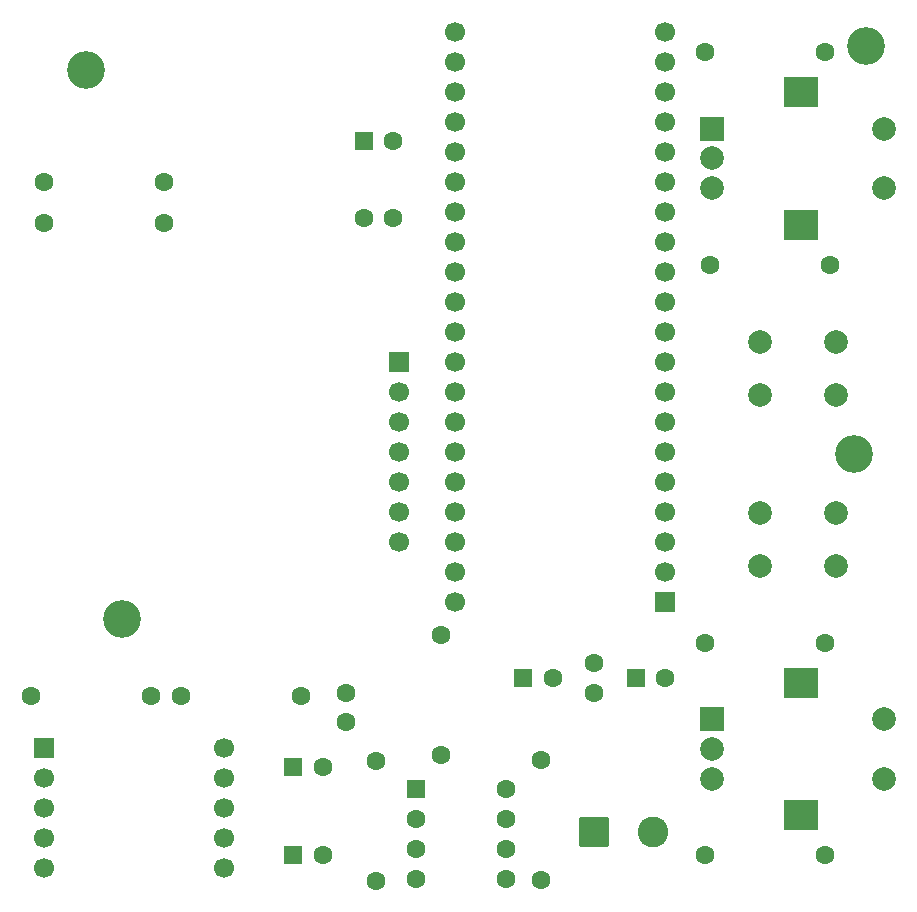
<source format=gbr>
%TF.GenerationSoftware,KiCad,Pcbnew,9.0.2*%
%TF.CreationDate,2025-07-11T11:45:56-07:00*%
%TF.ProjectId,Radio,52616469-6f2e-46b6-9963-61645f706362,1*%
%TF.SameCoordinates,Original*%
%TF.FileFunction,Soldermask,Bot*%
%TF.FilePolarity,Negative*%
%FSLAX46Y46*%
G04 Gerber Fmt 4.6, Leading zero omitted, Abs format (unit mm)*
G04 Created by KiCad (PCBNEW 9.0.2) date 2025-07-11 11:45:56*
%MOMM*%
%LPD*%
G01*
G04 APERTURE LIST*
G04 Aperture macros list*
%AMRoundRect*
0 Rectangle with rounded corners*
0 $1 Rounding radius*
0 $2 $3 $4 $5 $6 $7 $8 $9 X,Y pos of 4 corners*
0 Add a 4 corners polygon primitive as box body*
4,1,4,$2,$3,$4,$5,$6,$7,$8,$9,$2,$3,0*
0 Add four circle primitives for the rounded corners*
1,1,$1+$1,$2,$3*
1,1,$1+$1,$4,$5*
1,1,$1+$1,$6,$7*
1,1,$1+$1,$8,$9*
0 Add four rect primitives between the rounded corners*
20,1,$1+$1,$2,$3,$4,$5,0*
20,1,$1+$1,$4,$5,$6,$7,0*
20,1,$1+$1,$6,$7,$8,$9,0*
20,1,$1+$1,$8,$9,$2,$3,0*%
G04 Aperture macros list end*
%ADD10C,3.200000*%
%ADD11RoundRect,0.250000X-0.550000X-0.550000X0.550000X-0.550000X0.550000X0.550000X-0.550000X0.550000X0*%
%ADD12C,1.600000*%
%ADD13RoundRect,0.250000X-1.050000X-1.050000X1.050000X-1.050000X1.050000X1.050000X-1.050000X1.050000X0*%
%ADD14C,2.600000*%
%ADD15C,2.000000*%
%ADD16R,1.700000X1.700000*%
%ADD17C,1.700000*%
%ADD18R,2.000000X2.000000*%
%ADD19R,3.000000X2.500000*%
G04 APERTURE END LIST*
D10*
%TO.C,REF\u002A\u002A*%
X192000000Y-58000000D03*
%TD*%
%TO.C,REF\u002A\u002A*%
X129000000Y-106500000D03*
%TD*%
%TO.C,REF\u002A\u002A*%
X191000000Y-92500000D03*
%TD*%
%TO.C,REF\u002A\u002A*%
X126000000Y-60000000D03*
%TD*%
D11*
%TO.C,C2*%
X172500000Y-111500000D03*
D12*
X175000000Y-111500000D03*
%TD*%
D13*
%TO.C,LS1*%
X169000000Y-124500000D03*
D14*
X174000000Y-124500000D03*
%TD*%
D12*
%TO.C,Rpullup1*%
X131500000Y-113000000D03*
X121340000Y-113000000D03*
%TD*%
%TO.C,R4*%
X122420000Y-69500000D03*
X132580000Y-69500000D03*
%TD*%
D11*
%TO.C,C4*%
X143500000Y-119000000D03*
D12*
X146000000Y-119000000D03*
%TD*%
%TO.C,R2*%
X164500000Y-128580000D03*
X164500000Y-118420000D03*
%TD*%
D15*
%TO.C,SW3*%
X183000000Y-97500000D03*
X189500000Y-97500000D03*
X183000000Y-102000000D03*
X189500000Y-102000000D03*
%TD*%
D12*
%TO.C,R5*%
X122420000Y-73000000D03*
X132580000Y-73000000D03*
%TD*%
%TO.C,R6*%
X188580000Y-108500000D03*
X178420000Y-108500000D03*
%TD*%
%TO.C,R1*%
X156000000Y-118000000D03*
X156000000Y-107840000D03*
%TD*%
%TO.C,C7*%
X149500000Y-72500000D03*
X152000000Y-72500000D03*
%TD*%
D16*
%TO.C,U2*%
X122380000Y-117420000D03*
D17*
X122380000Y-119960000D03*
X122380000Y-122500000D03*
X122380000Y-125040000D03*
X122380000Y-127580000D03*
X137620000Y-127580000D03*
X137620000Y-125040000D03*
X137620000Y-122500000D03*
X137620000Y-119960000D03*
X137620000Y-117420000D03*
%TD*%
D12*
%TO.C,Rpullup2*%
X144160000Y-113000000D03*
X134000000Y-113000000D03*
%TD*%
D11*
%TO.C,U1*%
X153880000Y-120880000D03*
D12*
X153880000Y-123420000D03*
X153880000Y-125960000D03*
X153880000Y-128500000D03*
X161500000Y-128500000D03*
X161500000Y-125960000D03*
X161500000Y-123420000D03*
X161500000Y-120880000D03*
%TD*%
%TO.C,C5*%
X148000000Y-115250000D03*
X148000000Y-112750000D03*
%TD*%
D18*
%TO.C,SW2*%
X179000000Y-65000000D03*
D15*
X179000000Y-70000000D03*
X179000000Y-67500000D03*
D19*
X186500000Y-61900000D03*
X186500000Y-73100000D03*
D15*
X193500000Y-65000000D03*
X193500000Y-70000000D03*
%TD*%
D16*
%TO.C,DISP1*%
X152500000Y-84760000D03*
D17*
X152500000Y-87300000D03*
X152500000Y-89840000D03*
X152500000Y-92380000D03*
X152500000Y-94920000D03*
X152500000Y-97460000D03*
X152500000Y-100000000D03*
%TD*%
D11*
%TO.C,C6*%
X143500000Y-126500000D03*
D12*
X146000000Y-126500000D03*
%TD*%
%TO.C,R9*%
X189000000Y-76500000D03*
X178840000Y-76500000D03*
%TD*%
D16*
%TO.C,A1*%
X175000000Y-105020000D03*
D17*
X175000000Y-102480000D03*
X175000000Y-99940000D03*
X175000000Y-97400000D03*
X175000000Y-94860000D03*
X175000000Y-92320000D03*
X175000000Y-89780000D03*
X175000000Y-87240000D03*
X175000000Y-84700000D03*
X175000000Y-82160000D03*
X175000000Y-79620000D03*
X175000000Y-77080000D03*
X175000000Y-74540000D03*
X175000000Y-72000000D03*
X175000000Y-69460000D03*
X175000000Y-66920000D03*
X175000000Y-64380000D03*
X175000000Y-61840000D03*
X175000000Y-59300000D03*
X175000000Y-56760000D03*
X157220000Y-56760000D03*
X157220000Y-59300000D03*
X157220000Y-61840000D03*
X157220000Y-64380000D03*
X157220000Y-66920000D03*
X157220000Y-69460000D03*
X157220000Y-72000000D03*
X157220000Y-74540000D03*
X157220000Y-77080000D03*
X157220000Y-79620000D03*
X157220000Y-82160000D03*
X157220000Y-84700000D03*
X157220000Y-87240000D03*
X157220000Y-89780000D03*
X157220000Y-92320000D03*
X157220000Y-94860000D03*
X157220000Y-97400000D03*
X157220000Y-99940000D03*
X157220000Y-102480000D03*
X157220000Y-105020000D03*
%TD*%
D11*
%TO.C,C1*%
X163000000Y-111500000D03*
D12*
X165500000Y-111500000D03*
%TD*%
%TO.C,R3*%
X150500000Y-128660000D03*
X150500000Y-118500000D03*
%TD*%
D15*
%TO.C,SW4*%
X183000000Y-83000000D03*
X189500000Y-83000000D03*
X183000000Y-87500000D03*
X189500000Y-87500000D03*
%TD*%
D12*
%TO.C,R7*%
X188500000Y-126500000D03*
X178340000Y-126500000D03*
%TD*%
D18*
%TO.C,SW1*%
X179000000Y-115000000D03*
D15*
X179000000Y-120000000D03*
X179000000Y-117500000D03*
D19*
X186500000Y-111900000D03*
X186500000Y-123100000D03*
D15*
X193500000Y-115000000D03*
X193500000Y-120000000D03*
%TD*%
D12*
%TO.C,R8*%
X188580000Y-58500000D03*
X178420000Y-58500000D03*
%TD*%
D11*
%TO.C,C8*%
X149500000Y-66000000D03*
D12*
X152000000Y-66000000D03*
%TD*%
%TO.C,C3*%
X169000000Y-112750000D03*
X169000000Y-110250000D03*
%TD*%
M02*

</source>
